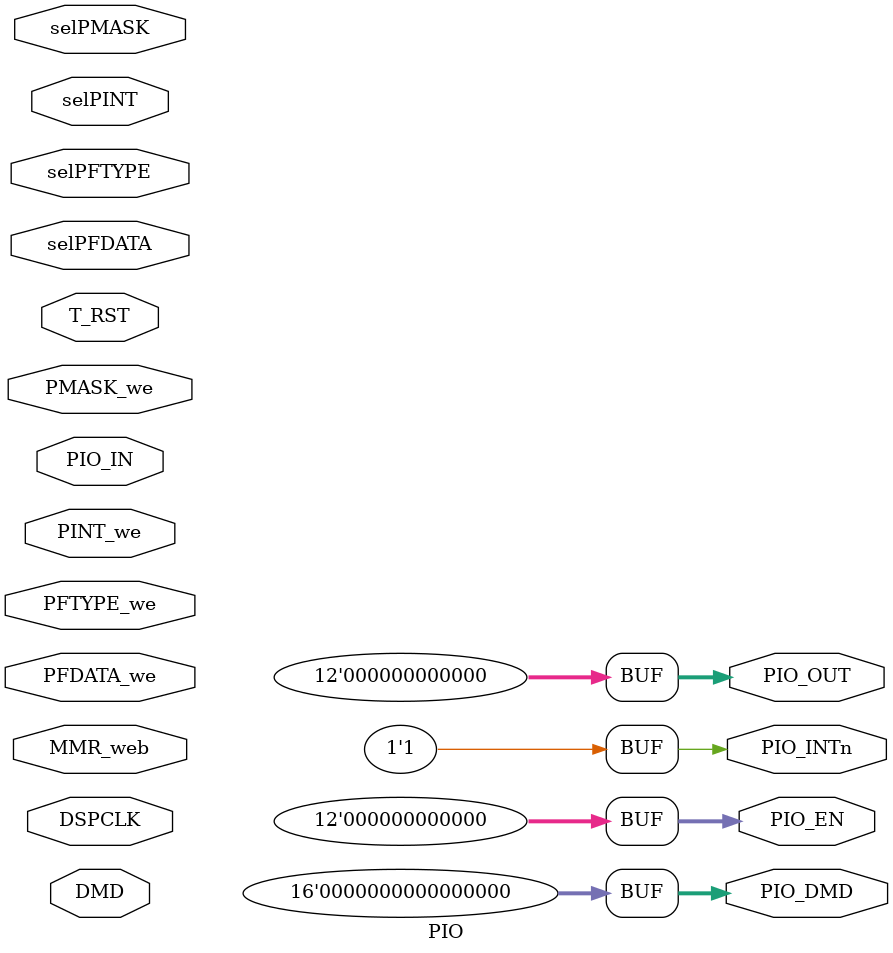
<source format=v>








module PIO( 
DSPCLK, T_RST, DMD, PIO_IN, 

selPMASK, selPINT, selPFTYPE, selPFDATA, 
PMASK_we, PINT_we, PFTYPE_we, PFDATA_we, 
MMR_web, 
`ifdef FD_DFT 
/* dft */ SCAN_TEST, 
`endif 
PIO_INTn, PIO_DMD, PIO_EN, PIO_OUT); 

input DSPCLK; 
input T_RST; 
input selPMASK; 
input selPINT; 
input selPFTYPE; 
input selPFDATA; 
input PMASK_we; 
input PINT_we; 
input PFTYPE_we; 
input PFDATA_we; 
input [11:0] PIO_IN; 
input [15:0] DMD; 
input MMR_web; 
`ifdef FD_DFT 
input SCAN_TEST; 
`endif 
output PIO_INTn; 
output [15:0] PIO_DMD; 
output [11:0] PIO_OUT; 
output [11:0] PIO_EN; 
/*-----------------------------------------------------*/ 

assign PIO_INTn=1; 
assign PIO_DMD=0; 
assign PIO_OUT=0; 
assign PIO_EN=0; 

endmodule 




</source>
